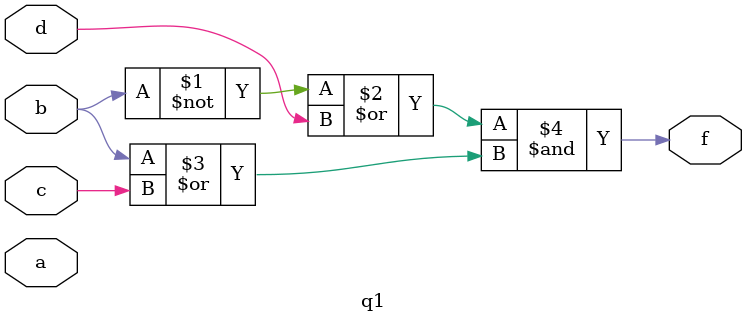
<source format=v>
module q1(a,b,c,d,f);
input a,b,c,d;
output f;
assign f=(~b|d)&(b|c);
endmodule

</source>
